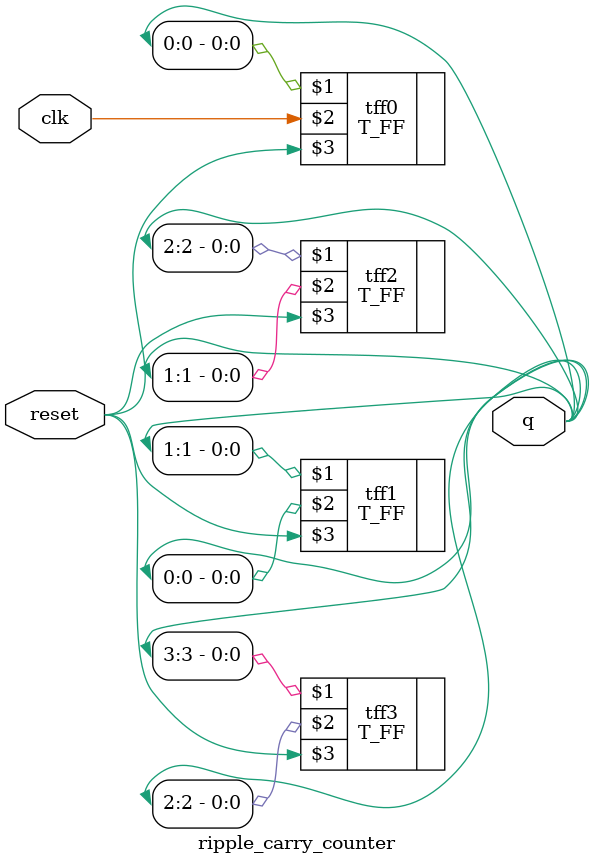
<source format=v>
`timescale 1ns / 1ps



module ripple_carry_counter(q, clk,reset);

output [3:0] q;
input clk, reset;

T_FF tff0 (q[0],clk,reset);
T_FF tff1(q[1],q[0],reset);
T_FF  tff2 (q[2],q[1], reset);
T_FF tff3 (q[3], q[2], reset);




endmodule




</source>
